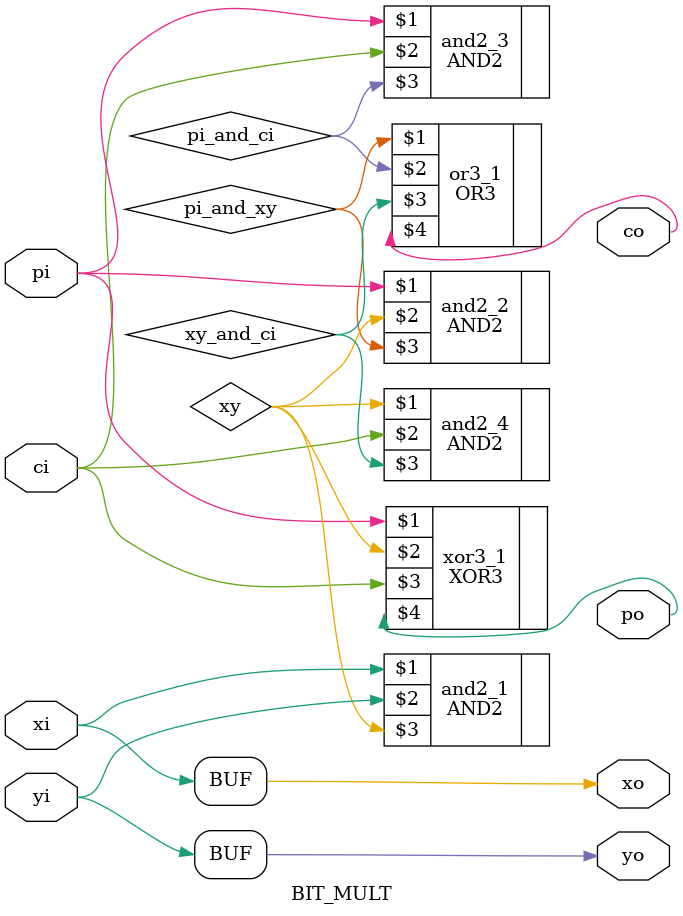
<source format=v>
module BIT_MULT(
    input xi, yi, pi, ci,
    output xo, yo, po, co
);
    wire xy, pi_and_xy, pi_and_ci, xy_and_ci;
    
    AND2 and2_1(xi, yi, xy);
    AND2 and2_2(pi, xy, pi_and_xy);
    AND2 and2_3(pi, ci, pi_and_ci);
    AND2 and2_4(xy, ci, xy_and_ci);

    OR3 or3_1(pi_and_xy, pi_and_ci, xy_and_ci, co);
    XOR3 xor3_1(pi, xy, ci, po);
    assign xo = xi;
    assign yo = yi;
    // BUF buf_1(xi, xo);
    // BUF buf_2(yi, yo);
endmodule

</source>
